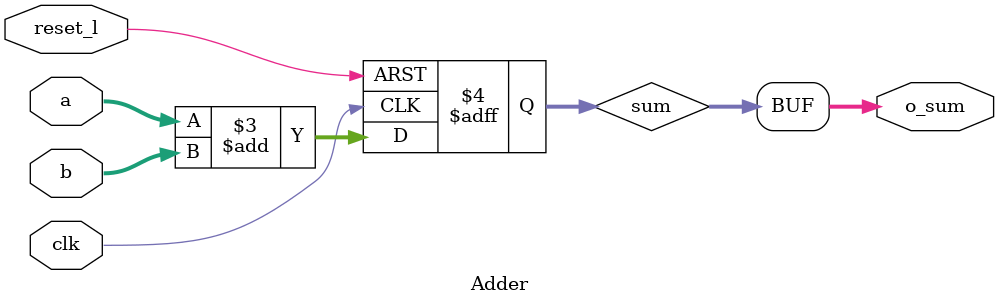
<source format=v>
module Adder (
    input clk,
    input reset_l,
    input [7:0] a,
    input [7:0] b,
    output [7:0] o_sum
);

reg [7:0] sum;

always @(posedge clk, negedge reset_l) begin
    if (!reset_l) begin
        sum <= 8'b0;
    end
    else begin
        sum <= a + b;
    end
end

assign o_sum = sum;

endmodule

</source>
